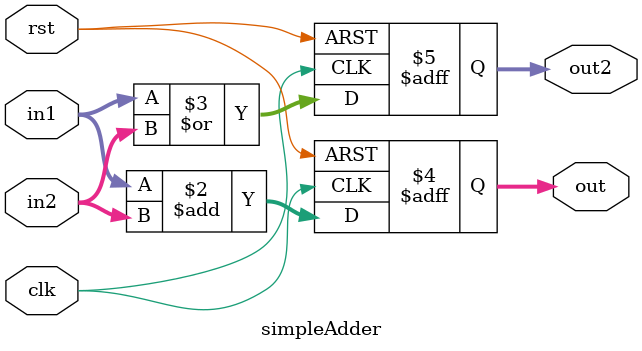
<source format=v>
/**
 * Module simpleAdder:
 * This module implements a simple 8-bit adder.
 *
 * It takes two 8-bit inputs (in1 and in2) and adds them together,
 * producing a 9-bit output (out). The addition is performed on every
 * positive clock edge. If the reset signal (rst) is high, the output
 * is set to zero.
 */

module simpleAdder #(parameter WIDTH = 8) (
    input wire clk,             //  The clock signal for the module.
    input wire rst,             //  The reset signal for the module.The reset signal for the module. When high, the output will be set to zero.
    input wire [WIDTH-1:0] in1, //  The first 8-bit operand for the addition.
    input wire [WIDTH-1:0] in2, //  The second 8-bit operand for the addition.
    output reg [WIDTH:0] out,    //  The result of the addition, a 9-bit value.
    output reg [WIDTH-1:0] out2    //  The result of the bitwise or, an 8-bit value.
);

// This always block performs the addition on every positive clock edge or reset signal.
always @(posedge clk or posedge rst) begin
    if (rst) begin
        out = 0;            //  If the reset signal is high, set the output to zero.
        out2 = 0;
    end else begin
        out = in1 + in2;    //  Perform the addition of in1 and in2 on every positive clock edge.
        out2 = in1 | in2;
    end
end

endmodule

</source>
